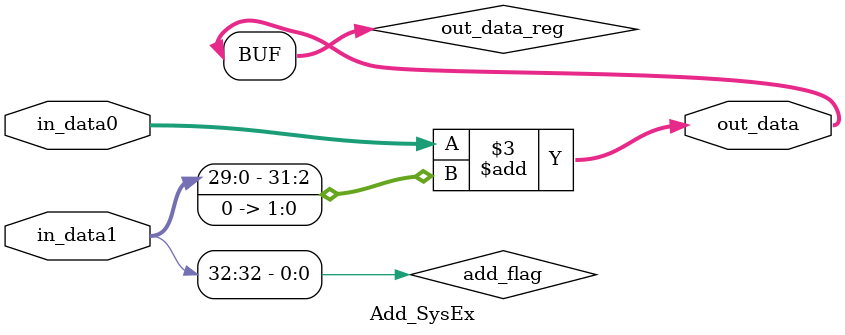
<source format=v>
module Add_SysEx(
	// input 					add_flag,
	input 	[31:0] 			in_data0,
	input 	[32:0]			in_data1,

	output  [31:0] 			out_data
);

reg 	[31:0] 			out_data_reg;

assign add_flag = in_data1[32];
assign out_data_reg = out_data;

always @(add_flag) begin
	out_data_reg = in_data0 + (in_data1[31:0]<<2);
end

endmodule 
</source>
